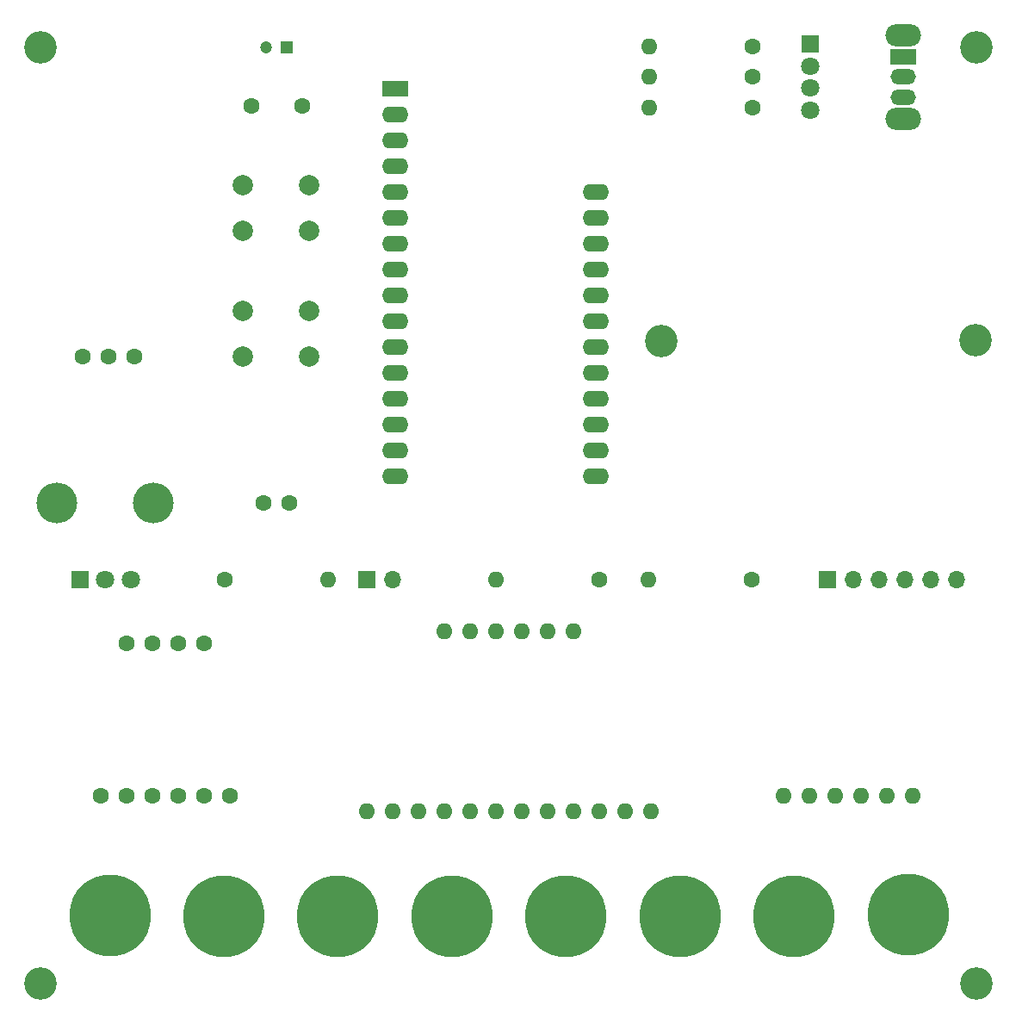
<source format=gts>
G04 #@! TF.GenerationSoftware,KiCad,Pcbnew,8.0.8*
G04 #@! TF.CreationDate,2025-02-17T18:47:29+01:00*
G04 #@! TF.ProjectId,tesi,74657369-2e6b-4696-9361-645f70636258,rev?*
G04 #@! TF.SameCoordinates,Original*
G04 #@! TF.FileFunction,Soldermask,Top*
G04 #@! TF.FilePolarity,Negative*
%FSLAX46Y46*%
G04 Gerber Fmt 4.6, Leading zero omitted, Abs format (unit mm)*
G04 Created by KiCad (PCBNEW 8.0.8) date 2025-02-17 18:47:29*
%MOMM*%
%LPD*%
G01*
G04 APERTURE LIST*
G04 Aperture macros list*
%AMRoundRect*
0 Rectangle with rounded corners*
0 $1 Rounding radius*
0 $2 $3 $4 $5 $6 $7 $8 $9 X,Y pos of 4 corners*
0 Add a 4 corners polygon primitive as box body*
4,1,4,$2,$3,$4,$5,$6,$7,$8,$9,$2,$3,0*
0 Add four circle primitives for the rounded corners*
1,1,$1+$1,$2,$3*
1,1,$1+$1,$4,$5*
1,1,$1+$1,$6,$7*
1,1,$1+$1,$8,$9*
0 Add four rect primitives between the rounded corners*
20,1,$1+$1,$2,$3,$4,$5,0*
20,1,$1+$1,$4,$5,$6,$7,0*
20,1,$1+$1,$6,$7,$8,$9,0*
20,1,$1+$1,$8,$9,$2,$3,0*%
G04 Aperture macros list end*
%ADD10C,1.600000*%
%ADD11O,1.600000X1.600000*%
%ADD12RoundRect,0.250000X-1.050000X-0.550000X1.050000X-0.550000X1.050000X0.550000X-1.050000X0.550000X0*%
%ADD13O,2.600000X1.600000*%
%ADD14C,8.000000*%
%ADD15C,3.200000*%
%ADD16R,1.700000X1.700000*%
%ADD17O,1.700000X1.700000*%
%ADD18R,1.200000X1.200000*%
%ADD19C,1.200000*%
%ADD20R,1.800000X1.800000*%
%ADD21C,1.800000*%
%ADD22C,2.000000*%
%ADD23O,3.500000X2.200000*%
%ADD24R,2.500000X1.500000*%
%ADD25O,2.500000X1.500000*%
%ADD26O,4.000000X4.000000*%
G04 APERTURE END LIST*
D10*
X124625504Y-40100000D03*
D11*
X114465504Y-40100000D03*
D12*
X89503759Y-41240485D03*
D13*
X89503759Y-43780485D03*
X89503759Y-46320485D03*
X89503759Y-48860485D03*
X89503759Y-51400485D03*
X89503759Y-53940485D03*
X89503759Y-56480485D03*
X89503759Y-59020485D03*
X89503759Y-61560485D03*
X89503759Y-64100485D03*
X89503759Y-66640485D03*
X89503759Y-69180485D03*
X89503759Y-71720485D03*
X89503759Y-74260485D03*
X89503759Y-76800485D03*
X89503759Y-79340485D03*
X109223759Y-79340485D03*
X109223759Y-76800485D03*
X109223759Y-74260485D03*
X109223759Y-71720485D03*
X109223759Y-69180485D03*
X109223759Y-66640485D03*
X109223759Y-64100485D03*
X109223759Y-61560485D03*
X109223759Y-59020485D03*
X109223759Y-56480485D03*
X109223759Y-53940485D03*
X109223759Y-51400485D03*
D14*
X61461335Y-122498532D03*
D10*
X65640000Y-110800485D03*
X60560000Y-110800485D03*
X63100000Y-110800485D03*
X70750000Y-95800485D03*
X68210000Y-95800485D03*
X73260000Y-110800485D03*
X63130000Y-95800485D03*
X65670000Y-95800485D03*
X68180000Y-110800485D03*
X70720000Y-110800485D03*
X109600000Y-89505774D03*
D11*
X99440000Y-89505774D03*
X94363759Y-94550485D03*
X96903759Y-94550485D03*
X99443759Y-94550485D03*
X101983759Y-94550485D03*
X104523759Y-94550485D03*
X107063759Y-94550485D03*
X86723759Y-112300485D03*
X89263759Y-112300485D03*
X91803759Y-112300485D03*
X94343759Y-112300485D03*
X96883759Y-112300485D03*
X99423759Y-112300485D03*
X101963759Y-112300485D03*
X104503759Y-112300485D03*
X107043759Y-112300485D03*
X109583759Y-112300485D03*
X112123759Y-112300485D03*
X114663759Y-112300485D03*
D10*
X79121879Y-82000000D03*
X76581879Y-82000000D03*
D14*
X106318435Y-122574832D03*
D11*
X114440000Y-89500000D03*
D10*
X124600000Y-89500000D03*
D15*
X115657580Y-66042387D03*
D14*
X128747035Y-122574832D03*
D10*
X124625504Y-43100000D03*
D11*
X114465504Y-43100000D03*
D14*
X72675635Y-122574832D03*
X117532735Y-122574832D03*
D16*
X132000000Y-89475000D03*
D17*
X134540000Y-89475000D03*
X137080000Y-89475000D03*
X139620000Y-89475000D03*
X142160000Y-89475000D03*
X144700000Y-89475000D03*
D18*
X78851879Y-37198932D03*
D19*
X76851879Y-37198932D03*
D10*
X63850000Y-67559311D03*
X61310000Y-67559311D03*
X58770000Y-67559311D03*
D20*
X130300000Y-36850485D03*
D21*
X130300000Y-39009485D03*
X130300000Y-41168485D03*
X130300000Y-43327485D03*
D22*
X81055544Y-55230742D03*
X74555544Y-55230742D03*
X81055544Y-50730742D03*
X74555544Y-50730742D03*
D15*
X146639735Y-37198932D03*
X54639735Y-37198932D03*
D16*
X86710000Y-89475000D03*
D17*
X89250000Y-89475000D03*
D23*
X139500000Y-35990485D03*
X139500000Y-44190485D03*
D24*
X139500000Y-38090485D03*
D25*
X139500000Y-40090485D03*
X139500000Y-42090485D03*
D15*
X146563358Y-66000000D03*
X146639735Y-129198932D03*
D11*
X127740000Y-110727696D03*
X130280000Y-110727696D03*
X132820000Y-110727696D03*
X135360000Y-110727696D03*
X137900000Y-110727696D03*
X140440000Y-110727696D03*
D15*
X54639735Y-129198932D03*
D10*
X80351879Y-42910485D03*
X75351879Y-42910485D03*
X72771879Y-89500000D03*
D11*
X82931879Y-89500000D03*
D14*
X83889935Y-122574832D03*
D10*
X124625504Y-37100000D03*
D11*
X114465504Y-37100000D03*
D22*
X81019506Y-67600000D03*
X74519506Y-67600000D03*
X81019506Y-63100000D03*
X74519506Y-63100000D03*
D14*
X95104235Y-122574832D03*
D26*
X56250000Y-82000000D03*
X65750000Y-82000000D03*
D20*
X58500000Y-89500000D03*
D21*
X61000000Y-89500000D03*
X63500000Y-89500000D03*
D14*
X139961335Y-122464432D03*
M02*

</source>
